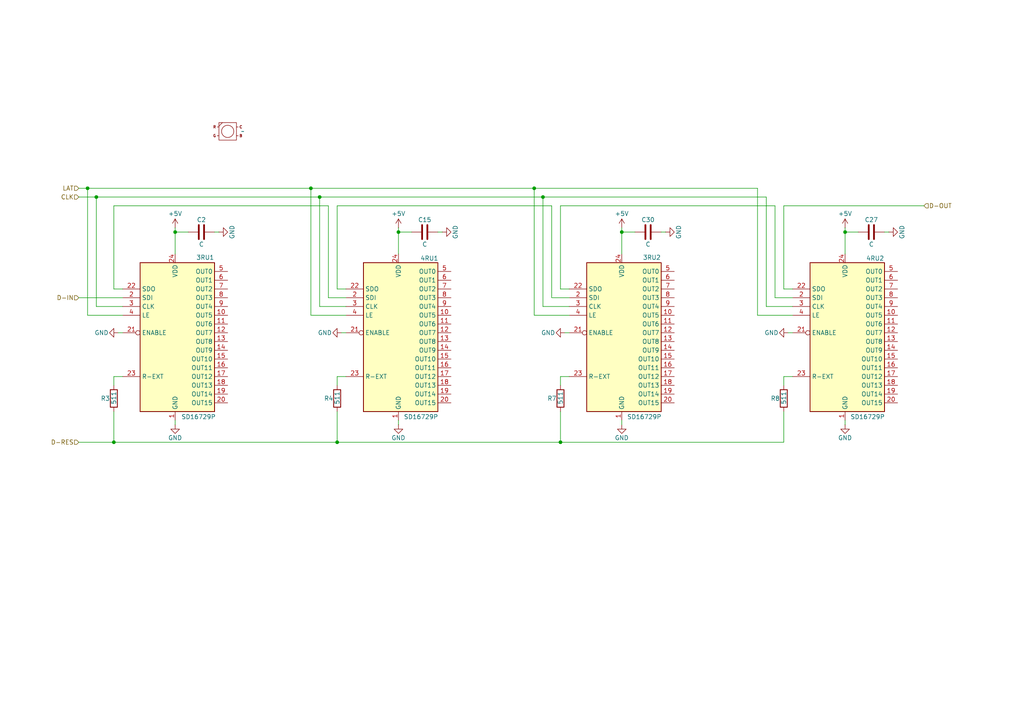
<source format=kicad_sch>
(kicad_sch
	(version 20231120)
	(generator "eeschema")
	(generator_version "8.0")
	(uuid "b27a305c-b3c3-4315-9630-4b96e20f98b6")
	(paper "A4")
	(title_block
		(title "RED COLUMN BUFFERS")
		(date "2025-03-24")
		(rev "2009-06-20")
		(comment 1 "SEETOP-PH12-(1/4)4N.PCB")
	)
	(lib_symbols
		(symbol "Device:C"
			(pin_numbers hide)
			(pin_names
				(offset 0.254)
			)
			(exclude_from_sim no)
			(in_bom yes)
			(on_board yes)
			(property "Reference" "C"
				(at 0.635 2.54 0)
				(effects
					(font
						(size 1.27 1.27)
					)
					(justify left)
				)
			)
			(property "Value" "C"
				(at 0.635 -2.54 0)
				(effects
					(font
						(size 1.27 1.27)
					)
					(justify left)
				)
			)
			(property "Footprint" ""
				(at 0.9652 -3.81 0)
				(effects
					(font
						(size 1.27 1.27)
					)
					(hide yes)
				)
			)
			(property "Datasheet" "~"
				(at 0 0 0)
				(effects
					(font
						(size 1.27 1.27)
					)
					(hide yes)
				)
			)
			(property "Description" "Unpolarized capacitor"
				(at 0 0 0)
				(effects
					(font
						(size 1.27 1.27)
					)
					(hide yes)
				)
			)
			(property "ki_keywords" "cap capacitor"
				(at 0 0 0)
				(effects
					(font
						(size 1.27 1.27)
					)
					(hide yes)
				)
			)
			(property "ki_fp_filters" "C_*"
				(at 0 0 0)
				(effects
					(font
						(size 1.27 1.27)
					)
					(hide yes)
				)
			)
			(symbol "C_0_1"
				(polyline
					(pts
						(xy -2.032 -0.762) (xy 2.032 -0.762)
					)
					(stroke
						(width 0.508)
						(type default)
					)
					(fill
						(type none)
					)
				)
				(polyline
					(pts
						(xy -2.032 0.762) (xy 2.032 0.762)
					)
					(stroke
						(width 0.508)
						(type default)
					)
					(fill
						(type none)
					)
				)
			)
			(symbol "C_1_1"
				(pin passive line
					(at 0 3.81 270)
					(length 2.794)
					(name "~"
						(effects
							(font
								(size 1.27 1.27)
							)
						)
					)
					(number "1"
						(effects
							(font
								(size 1.27 1.27)
							)
						)
					)
				)
				(pin passive line
					(at 0 -3.81 90)
					(length 2.794)
					(name "~"
						(effects
							(font
								(size 1.27 1.27)
							)
						)
					)
					(number "2"
						(effects
							(font
								(size 1.27 1.27)
							)
						)
					)
				)
			)
		)
		(symbol "Device:R"
			(pin_numbers hide)
			(pin_names
				(offset 0)
			)
			(exclude_from_sim no)
			(in_bom yes)
			(on_board yes)
			(property "Reference" "R"
				(at 2.032 0 90)
				(effects
					(font
						(size 1.27 1.27)
					)
				)
			)
			(property "Value" "R"
				(at 0 0 90)
				(effects
					(font
						(size 1.27 1.27)
					)
				)
			)
			(property "Footprint" ""
				(at -1.778 0 90)
				(effects
					(font
						(size 1.27 1.27)
					)
					(hide yes)
				)
			)
			(property "Datasheet" "~"
				(at 0 0 0)
				(effects
					(font
						(size 1.27 1.27)
					)
					(hide yes)
				)
			)
			(property "Description" "Resistor"
				(at 0 0 0)
				(effects
					(font
						(size 1.27 1.27)
					)
					(hide yes)
				)
			)
			(property "ki_keywords" "R res resistor"
				(at 0 0 0)
				(effects
					(font
						(size 1.27 1.27)
					)
					(hide yes)
				)
			)
			(property "ki_fp_filters" "R_*"
				(at 0 0 0)
				(effects
					(font
						(size 1.27 1.27)
					)
					(hide yes)
				)
			)
			(symbol "R_0_1"
				(rectangle
					(start -1.016 -2.54)
					(end 1.016 2.54)
					(stroke
						(width 0.254)
						(type default)
					)
					(fill
						(type none)
					)
				)
			)
			(symbol "R_1_1"
				(pin passive line
					(at 0 3.81 270)
					(length 1.27)
					(name "~"
						(effects
							(font
								(size 1.27 1.27)
							)
						)
					)
					(number "1"
						(effects
							(font
								(size 1.27 1.27)
							)
						)
					)
				)
				(pin passive line
					(at 0 -3.81 90)
					(length 1.27)
					(name "~"
						(effects
							(font
								(size 1.27 1.27)
							)
						)
					)
					(number "2"
						(effects
							(font
								(size 1.27 1.27)
							)
						)
					)
				)
			)
		)
		(symbol "power:+5V"
			(power)
			(pin_numbers hide)
			(pin_names
				(offset 0) hide)
			(exclude_from_sim no)
			(in_bom yes)
			(on_board yes)
			(property "Reference" "#PWR"
				(at 0 -3.81 0)
				(effects
					(font
						(size 1.27 1.27)
					)
					(hide yes)
				)
			)
			(property "Value" "+5V"
				(at 0 3.556 0)
				(effects
					(font
						(size 1.27 1.27)
					)
				)
			)
			(property "Footprint" ""
				(at 0 0 0)
				(effects
					(font
						(size 1.27 1.27)
					)
					(hide yes)
				)
			)
			(property "Datasheet" ""
				(at 0 0 0)
				(effects
					(font
						(size 1.27 1.27)
					)
					(hide yes)
				)
			)
			(property "Description" "Power symbol creates a global label with name \"+5V\""
				(at 0 0 0)
				(effects
					(font
						(size 1.27 1.27)
					)
					(hide yes)
				)
			)
			(property "ki_keywords" "global power"
				(at 0 0 0)
				(effects
					(font
						(size 1.27 1.27)
					)
					(hide yes)
				)
			)
			(symbol "+5V_0_1"
				(polyline
					(pts
						(xy -0.762 1.27) (xy 0 2.54)
					)
					(stroke
						(width 0)
						(type default)
					)
					(fill
						(type none)
					)
				)
				(polyline
					(pts
						(xy 0 0) (xy 0 2.54)
					)
					(stroke
						(width 0)
						(type default)
					)
					(fill
						(type none)
					)
				)
				(polyline
					(pts
						(xy 0 2.54) (xy 0.762 1.27)
					)
					(stroke
						(width 0)
						(type default)
					)
					(fill
						(type none)
					)
				)
			)
			(symbol "+5V_1_1"
				(pin power_in line
					(at 0 0 90)
					(length 0)
					(name "~"
						(effects
							(font
								(size 1.27 1.27)
							)
						)
					)
					(number "1"
						(effects
							(font
								(size 1.27 1.27)
							)
						)
					)
				)
			)
		)
		(symbol "power:GND"
			(power)
			(pin_numbers hide)
			(pin_names
				(offset 0) hide)
			(exclude_from_sim no)
			(in_bom yes)
			(on_board yes)
			(property "Reference" "#PWR"
				(at 0 -6.35 0)
				(effects
					(font
						(size 1.27 1.27)
					)
					(hide yes)
				)
			)
			(property "Value" "GND"
				(at 0 -3.81 0)
				(effects
					(font
						(size 1.27 1.27)
					)
				)
			)
			(property "Footprint" ""
				(at 0 0 0)
				(effects
					(font
						(size 1.27 1.27)
					)
					(hide yes)
				)
			)
			(property "Datasheet" ""
				(at 0 0 0)
				(effects
					(font
						(size 1.27 1.27)
					)
					(hide yes)
				)
			)
			(property "Description" "Power symbol creates a global label with name \"GND\" , ground"
				(at 0 0 0)
				(effects
					(font
						(size 1.27 1.27)
					)
					(hide yes)
				)
			)
			(property "ki_keywords" "global power"
				(at 0 0 0)
				(effects
					(font
						(size 1.27 1.27)
					)
					(hide yes)
				)
			)
			(symbol "GND_0_1"
				(polyline
					(pts
						(xy 0 0) (xy 0 -1.27) (xy 1.27 -1.27) (xy 0 -2.54) (xy -1.27 -1.27) (xy 0 -1.27)
					)
					(stroke
						(width 0)
						(type default)
					)
					(fill
						(type none)
					)
				)
			)
			(symbol "GND_1_1"
				(pin power_in line
					(at 0 0 270)
					(length 0)
					(name "~"
						(effects
							(font
								(size 1.27 1.27)
							)
						)
					)
					(number "1"
						(effects
							(font
								(size 1.27 1.27)
							)
						)
					)
				)
			)
		)
		(symbol "private:SD16729P"
			(exclude_from_sim no)
			(in_bom yes)
			(on_board yes)
			(property "Reference" "U1"
				(at 7.874 21.59 0)
				(effects
					(font
						(size 1.27 1.27)
					)
					(justify left)
				)
			)
			(property "Value" "SD16729P"
				(at 1.778 -24.384 0)
				(effects
					(font
						(size 1.27 1.27)
					)
					(justify left)
				)
			)
			(property "Footprint" "Package_SO:QSOP-24_3.9x8.7mm_P0.635mm"
				(at 0.635 -24.765 0)
				(effects
					(font
						(size 1.27 1.27)
					)
					(justify left)
					(hide yes)
				)
			)
			(property "Datasheet" ""
				(at -10.16 17.78 0)
				(effects
					(font
						(size 1.27 1.27)
					)
					(hide yes)
				)
			)
			(property "Description" "16-channel LED driver with error detection, current gain control and 12/16 bit PWM brightness control, QSOP-24"
				(at -0.254 -3.556 0)
				(effects
					(font
						(size 1.27 1.27)
					)
					(hide yes)
				)
			)
			(property "ki_keywords" "PWM LED driver error detection brightness QSOP-24"
				(at 0 0 0)
				(effects
					(font
						(size 1.27 1.27)
					)
					(hide yes)
				)
			)
			(property "ki_fp_filters" "QSOP*3.9x8.7mm*P0.635mm*"
				(at 0 0 0)
				(effects
					(font
						(size 1.27 1.27)
					)
					(hide yes)
				)
			)
			(symbol "SD16729P_0_1"
				(rectangle
					(start -10.16 20.32)
					(end 11.43 -22.86)
					(stroke
						(width 0.254)
						(type default)
					)
					(fill
						(type background)
					)
				)
			)
			(symbol "SD16729P_1_1"
				(pin power_in line
					(at 0 -25.4 90)
					(length 2.54)
					(name "GND"
						(effects
							(font
								(size 1.27 1.27)
							)
						)
					)
					(number "1"
						(effects
							(font
								(size 1.27 1.27)
							)
						)
					)
				)
				(pin output line
					(at 15.24 5.08 180)
					(length 3.81)
					(name "OUT5"
						(effects
							(font
								(size 1.27 1.27)
							)
						)
					)
					(number "10"
						(effects
							(font
								(size 1.27 1.27)
							)
						)
					)
				)
				(pin output line
					(at 15.24 2.54 180)
					(length 3.81)
					(name "OUT6"
						(effects
							(font
								(size 1.27 1.27)
							)
						)
					)
					(number "11"
						(effects
							(font
								(size 1.27 1.27)
							)
						)
					)
				)
				(pin output line
					(at 15.24 0 180)
					(length 3.81)
					(name "OUT7"
						(effects
							(font
								(size 1.27 1.27)
							)
						)
					)
					(number "12"
						(effects
							(font
								(size 1.27 1.27)
							)
						)
					)
				)
				(pin output line
					(at 15.24 -2.54 180)
					(length 3.81)
					(name "OUT8"
						(effects
							(font
								(size 1.27 1.27)
							)
						)
					)
					(number "13"
						(effects
							(font
								(size 1.27 1.27)
							)
						)
					)
				)
				(pin output line
					(at 15.24 -5.08 180)
					(length 3.81)
					(name "OUT9"
						(effects
							(font
								(size 1.27 1.27)
							)
						)
					)
					(number "14"
						(effects
							(font
								(size 1.27 1.27)
							)
						)
					)
				)
				(pin output line
					(at 15.24 -7.62 180)
					(length 3.81)
					(name "OUT10"
						(effects
							(font
								(size 1.27 1.27)
							)
						)
					)
					(number "15"
						(effects
							(font
								(size 1.27 1.27)
							)
						)
					)
				)
				(pin output line
					(at 15.24 -10.16 180)
					(length 3.81)
					(name "OUT11"
						(effects
							(font
								(size 1.27 1.27)
							)
						)
					)
					(number "16"
						(effects
							(font
								(size 1.27 1.27)
							)
						)
					)
				)
				(pin output line
					(at 15.24 -12.7 180)
					(length 3.81)
					(name "OUT12"
						(effects
							(font
								(size 1.27 1.27)
							)
						)
					)
					(number "17"
						(effects
							(font
								(size 1.27 1.27)
							)
						)
					)
				)
				(pin output line
					(at 15.24 -15.24 180)
					(length 3.81)
					(name "OUT13"
						(effects
							(font
								(size 1.27 1.27)
							)
						)
					)
					(number "18"
						(effects
							(font
								(size 1.27 1.27)
							)
						)
					)
				)
				(pin output line
					(at 15.24 -17.78 180)
					(length 3.81)
					(name "OUT14"
						(effects
							(font
								(size 1.27 1.27)
							)
						)
					)
					(number "19"
						(effects
							(font
								(size 1.27 1.27)
							)
						)
					)
				)
				(pin input line
					(at -15.24 10.16 0)
					(length 5.08)
					(name "SDI"
						(effects
							(font
								(size 1.27 1.27)
							)
						)
					)
					(number "2"
						(effects
							(font
								(size 1.27 1.27)
							)
						)
					)
				)
				(pin output line
					(at 15.24 -20.32 180)
					(length 3.81)
					(name "OUT15"
						(effects
							(font
								(size 1.27 1.27)
							)
						)
					)
					(number "20"
						(effects
							(font
								(size 1.27 1.27)
							)
						)
					)
				)
				(pin input inverted
					(at -15.24 0 0)
					(length 5.08)
					(name "ENABLE"
						(effects
							(font
								(size 1.27 1.27)
							)
						)
					)
					(number "21"
						(effects
							(font
								(size 1.27 1.27)
							)
						)
					)
				)
				(pin output line
					(at -15.24 12.7 0)
					(length 5.08)
					(name "SDO"
						(effects
							(font
								(size 1.27 1.27)
							)
						)
					)
					(number "22"
						(effects
							(font
								(size 1.27 1.27)
							)
						)
					)
				)
				(pin passive line
					(at -15.24 -12.7 0)
					(length 5.08)
					(name "R-EXT"
						(effects
							(font
								(size 1.27 1.27)
							)
						)
					)
					(number "23"
						(effects
							(font
								(size 1.27 1.27)
							)
						)
					)
				)
				(pin power_in line
					(at 0 22.86 270)
					(length 2.54)
					(name "VDD"
						(effects
							(font
								(size 1.27 1.27)
							)
						)
					)
					(number "24"
						(effects
							(font
								(size 1.27 1.27)
							)
						)
					)
				)
				(pin input line
					(at -15.24 7.62 0)
					(length 5.08)
					(name "CLK"
						(effects
							(font
								(size 1.27 1.27)
							)
						)
					)
					(number "3"
						(effects
							(font
								(size 1.27 1.27)
							)
						)
					)
				)
				(pin input line
					(at -15.24 5.08 0)
					(length 5.08)
					(name "LE"
						(effects
							(font
								(size 1.27 1.27)
							)
						)
					)
					(number "4"
						(effects
							(font
								(size 1.27 1.27)
							)
						)
					)
				)
				(pin output line
					(at 15.24 17.78 180)
					(length 3.81)
					(name "OUT0"
						(effects
							(font
								(size 1.27 1.27)
							)
						)
					)
					(number "5"
						(effects
							(font
								(size 1.27 1.27)
							)
						)
					)
				)
				(pin output line
					(at 15.24 15.24 180)
					(length 3.81)
					(name "OUT1"
						(effects
							(font
								(size 1.27 1.27)
							)
						)
					)
					(number "6"
						(effects
							(font
								(size 1.27 1.27)
							)
						)
					)
				)
				(pin output line
					(at 15.24 12.7 180)
					(length 3.81)
					(name "OUT2"
						(effects
							(font
								(size 1.27 1.27)
							)
						)
					)
					(number "7"
						(effects
							(font
								(size 1.27 1.27)
							)
						)
					)
				)
				(pin output line
					(at 15.24 10.16 180)
					(length 3.81)
					(name "OUT3"
						(effects
							(font
								(size 1.27 1.27)
							)
						)
					)
					(number "8"
						(effects
							(font
								(size 1.27 1.27)
							)
						)
					)
				)
				(pin output line
					(at 15.24 7.62 180)
					(length 3.81)
					(name "OUT4"
						(effects
							(font
								(size 1.27 1.27)
							)
						)
					)
					(number "9"
						(effects
							(font
								(size 1.27 1.27)
							)
						)
					)
				)
			)
		)
		(symbol "private:pic-LED-RGB"
			(exclude_from_sim no)
			(in_bom yes)
			(on_board yes)
			(property "Reference" "L"
				(at 1.778 1.778 0)
				(effects
					(font
						(size 0.508 0.508)
					)
					(hide yes)
				)
			)
			(property "Value" ""
				(at -1.27 -1.27 0)
				(effects
					(font
						(size 1.27 1.27)
					)
				)
			)
			(property "Footprint" ""
				(at -1.27 -1.27 0)
				(effects
					(font
						(size 1.27 1.27)
					)
					(hide yes)
				)
			)
			(property "Datasheet" ""
				(at -1.27 -1.27 0)
				(effects
					(font
						(size 1.27 1.27)
					)
					(hide yes)
				)
			)
			(property "Description" ""
				(at -1.27 -1.27 0)
				(effects
					(font
						(size 1.27 1.27)
					)
					(hide yes)
				)
			)
			(symbol "pic-LED-RGB_0_1"
				(rectangle
					(start -2.54 2.54)
					(end 2.54 -2.54)
					(stroke
						(width 0)
						(type default)
					)
					(fill
						(type none)
					)
				)
				(polyline
					(pts
						(xy -2.54 -1.27) (xy -3.048 -1.27)
					)
					(stroke
						(width 0)
						(type default)
					)
					(fill
						(type none)
					)
				)
				(polyline
					(pts
						(xy -2.54 1.27) (xy -3.048 1.27)
					)
					(stroke
						(width 0)
						(type default)
					)
					(fill
						(type none)
					)
				)
				(polyline
					(pts
						(xy -1.524 2.54) (xy -2.54 1.524)
					)
					(stroke
						(width 0)
						(type default)
					)
					(fill
						(type none)
					)
				)
				(polyline
					(pts
						(xy 3.048 -1.27) (xy 2.54 -1.27)
					)
					(stroke
						(width 0)
						(type default)
					)
					(fill
						(type none)
					)
				)
				(polyline
					(pts
						(xy 3.048 1.27) (xy 2.54 1.27)
					)
					(stroke
						(width 0)
						(type default)
					)
					(fill
						(type none)
					)
				)
			)
			(symbol "pic-LED-RGB_1_1"
				(circle
					(center 0 0)
					(radius 1.778)
					(stroke
						(width 0)
						(type default)
					)
					(fill
						(type none)
					)
				)
				(text "B"
					(at 3.81 -1.27 0)
					(effects
						(font
							(size 0.762 0.762)
						)
					)
				)
				(text "C"
					(at 3.81 1.27 0)
					(effects
						(font
							(size 0.762 0.762)
						)
					)
				)
				(text "G"
					(at -3.81 -1.27 0)
					(effects
						(font
							(size 0.762 0.762)
						)
					)
				)
				(text "R"
					(at -3.81 1.27 0)
					(effects
						(font
							(size 0.762 0.762)
						)
					)
				)
			)
		)
	)
	(junction
		(at 90.17 54.61)
		(diameter 0)
		(color 0 0 0 0)
		(uuid "164bef91-d380-44aa-bea3-a026a76a8368")
	)
	(junction
		(at 157.48 57.15)
		(diameter 0)
		(color 0 0 0 0)
		(uuid "1986aee8-39cf-40cb-8462-bfd40066cdbf")
	)
	(junction
		(at 27.94 57.15)
		(diameter 0)
		(color 0 0 0 0)
		(uuid "1ca4c80d-a6cf-4cb5-82dc-e6e7970734e4")
	)
	(junction
		(at 25.4 54.61)
		(diameter 0)
		(color 0 0 0 0)
		(uuid "1ceeac47-7c05-4cb6-af27-8053bc5d4ecc")
	)
	(junction
		(at 115.57 67.31)
		(diameter 0)
		(color 0 0 0 0)
		(uuid "311f2931-ed4c-401a-a7f7-1db6a99c1081")
	)
	(junction
		(at 92.71 57.15)
		(diameter 0)
		(color 0 0 0 0)
		(uuid "77656811-8ed7-40c4-a158-e50242cfede1")
	)
	(junction
		(at 154.94 54.61)
		(diameter 0)
		(color 0 0 0 0)
		(uuid "877158a9-c607-4db9-9eff-395b70f2e8bf")
	)
	(junction
		(at 162.56 128.27)
		(diameter 0)
		(color 0 0 0 0)
		(uuid "b275b81b-e2d4-4e03-969b-88d2635ecd9b")
	)
	(junction
		(at 180.34 67.31)
		(diameter 0)
		(color 0 0 0 0)
		(uuid "c7b8d14f-8e73-4386-978e-2a950fce1761")
	)
	(junction
		(at 33.02 128.27)
		(diameter 0)
		(color 0 0 0 0)
		(uuid "cb6cbd1e-3780-4397-86b6-78039f0ac637")
	)
	(junction
		(at 245.11 67.31)
		(diameter 0)
		(color 0 0 0 0)
		(uuid "f1797c64-a8ea-4340-a5f8-eff6779a3a31")
	)
	(junction
		(at 50.8 67.31)
		(diameter 0)
		(color 0 0 0 0)
		(uuid "f4db3d2c-d6cd-4feb-92f9-d50781b845fb")
	)
	(junction
		(at 97.79 128.27)
		(diameter 0)
		(color 0 0 0 0)
		(uuid "fa553a8a-1313-45fb-8300-b10cd411e5c6")
	)
	(wire
		(pts
			(xy 62.23 67.31) (xy 63.5 67.31)
		)
		(stroke
			(width 0)
			(type default)
		)
		(uuid "00fe040f-9fac-4c70-8941-a3fb22c2cde5")
	)
	(wire
		(pts
			(xy 100.33 91.44) (xy 90.17 91.44)
		)
		(stroke
			(width 0)
			(type default)
		)
		(uuid "04642545-8e63-458d-9d47-75201f8147cc")
	)
	(wire
		(pts
			(xy 162.56 109.22) (xy 162.56 111.76)
		)
		(stroke
			(width 0)
			(type default)
		)
		(uuid "0c2eca46-6ddf-48e0-92e5-8cdb374d387a")
	)
	(wire
		(pts
			(xy 245.11 67.31) (xy 248.92 67.31)
		)
		(stroke
			(width 0)
			(type default)
		)
		(uuid "11fa7e23-d8bc-43a2-87ad-6406f845607f")
	)
	(wire
		(pts
			(xy 92.71 88.9) (xy 100.33 88.9)
		)
		(stroke
			(width 0)
			(type default)
		)
		(uuid "13bddd44-26a1-4851-aaa2-724b9553ffbb")
	)
	(wire
		(pts
			(xy 27.94 57.15) (xy 27.94 88.9)
		)
		(stroke
			(width 0)
			(type default)
		)
		(uuid "1498633e-15e0-4f26-9980-c32f772148cc")
	)
	(wire
		(pts
			(xy 154.94 54.61) (xy 154.94 91.44)
		)
		(stroke
			(width 0)
			(type default)
		)
		(uuid "183b9e42-cc11-47f4-a8af-2a543f1c34a9")
	)
	(wire
		(pts
			(xy 115.57 121.92) (xy 115.57 123.19)
		)
		(stroke
			(width 0)
			(type default)
		)
		(uuid "198c4957-b2e0-4f6a-aa7c-f51829fd23d2")
	)
	(wire
		(pts
			(xy 256.54 67.31) (xy 257.81 67.31)
		)
		(stroke
			(width 0)
			(type default)
		)
		(uuid "1990d6ec-aba3-41a6-b8f3-a1ce504b2e86")
	)
	(wire
		(pts
			(xy 97.79 109.22) (xy 97.79 111.76)
		)
		(stroke
			(width 0)
			(type default)
		)
		(uuid "1a8818f0-6f94-4942-9408-16aabb07f960")
	)
	(wire
		(pts
			(xy 229.87 86.36) (xy 224.79 86.36)
		)
		(stroke
			(width 0)
			(type default)
		)
		(uuid "1b0f049c-8557-4516-8d49-4bc3594b939a")
	)
	(wire
		(pts
			(xy 35.56 88.9) (xy 27.94 88.9)
		)
		(stroke
			(width 0)
			(type default)
		)
		(uuid "232a3a16-bc72-42c8-9bb6-f2aad7e70a09")
	)
	(wire
		(pts
			(xy 157.48 57.15) (xy 222.25 57.15)
		)
		(stroke
			(width 0)
			(type default)
		)
		(uuid "26e33179-9a1b-4ad4-90f8-eebd53278cd9")
	)
	(wire
		(pts
			(xy 222.25 88.9) (xy 229.87 88.9)
		)
		(stroke
			(width 0)
			(type default)
		)
		(uuid "29137890-35fc-4a6d-bcc9-5f79dd663dd9")
	)
	(wire
		(pts
			(xy 22.86 57.15) (xy 27.94 57.15)
		)
		(stroke
			(width 0)
			(type default)
		)
		(uuid "291d90d6-11e6-44d4-a33b-d88ba1ace5f3")
	)
	(wire
		(pts
			(xy 22.86 128.27) (xy 33.02 128.27)
		)
		(stroke
			(width 0)
			(type default)
		)
		(uuid "2d96f472-96e4-4b53-96d0-55e77acf7c85")
	)
	(wire
		(pts
			(xy 50.8 67.31) (xy 50.8 73.66)
		)
		(stroke
			(width 0)
			(type default)
		)
		(uuid "315400e8-9073-4697-a871-e542a5918102")
	)
	(wire
		(pts
			(xy 50.8 121.92) (xy 50.8 123.19)
		)
		(stroke
			(width 0)
			(type default)
		)
		(uuid "379e9b54-53da-4193-813a-3059ee86e375")
	)
	(wire
		(pts
			(xy 95.25 86.36) (xy 95.25 59.69)
		)
		(stroke
			(width 0)
			(type default)
		)
		(uuid "386077b6-375f-4927-82ac-19b2a80b5192")
	)
	(wire
		(pts
			(xy 162.56 83.82) (xy 165.1 83.82)
		)
		(stroke
			(width 0)
			(type default)
		)
		(uuid "3abdfe89-15ba-40f5-9bd7-4e30c3aa266d")
	)
	(wire
		(pts
			(xy 100.33 86.36) (xy 95.25 86.36)
		)
		(stroke
			(width 0)
			(type default)
		)
		(uuid "3bd88fba-5836-4e5c-8104-bc9586af5bbe")
	)
	(wire
		(pts
			(xy 165.1 109.22) (xy 162.56 109.22)
		)
		(stroke
			(width 0)
			(type default)
		)
		(uuid "51199604-46b2-41a3-bff7-42aa28e44d0a")
	)
	(wire
		(pts
			(xy 115.57 67.31) (xy 115.57 73.66)
		)
		(stroke
			(width 0)
			(type default)
		)
		(uuid "51c01081-6671-421e-93c1-ba9ab7d8a70e")
	)
	(wire
		(pts
			(xy 180.34 67.31) (xy 184.15 67.31)
		)
		(stroke
			(width 0)
			(type default)
		)
		(uuid "53297943-d592-45cb-960c-533062d86d37")
	)
	(wire
		(pts
			(xy 163.83 96.52) (xy 165.1 96.52)
		)
		(stroke
			(width 0)
			(type default)
		)
		(uuid "5b29c8d2-a594-4b28-bf8a-9946774f7a79")
	)
	(wire
		(pts
			(xy 157.48 57.15) (xy 157.48 88.9)
		)
		(stroke
			(width 0)
			(type default)
		)
		(uuid "5e4c5179-8f6a-403a-8319-8fcd7b807c3f")
	)
	(wire
		(pts
			(xy 127 67.31) (xy 128.27 67.31)
		)
		(stroke
			(width 0)
			(type default)
		)
		(uuid "64a7d779-b753-498e-932a-4bdfea12e93c")
	)
	(wire
		(pts
			(xy 160.02 59.69) (xy 97.79 59.69)
		)
		(stroke
			(width 0)
			(type default)
		)
		(uuid "64c6c4a9-d434-424c-9127-b2d29bd19689")
	)
	(wire
		(pts
			(xy 165.1 86.36) (xy 160.02 86.36)
		)
		(stroke
			(width 0)
			(type default)
		)
		(uuid "65addcd9-b374-4699-a190-7de5f9913a72")
	)
	(wire
		(pts
			(xy 34.29 96.52) (xy 35.56 96.52)
		)
		(stroke
			(width 0)
			(type default)
		)
		(uuid "65f5276b-d81c-41e7-aca7-417684e5a0d5")
	)
	(wire
		(pts
			(xy 92.71 57.15) (xy 157.48 57.15)
		)
		(stroke
			(width 0)
			(type default)
		)
		(uuid "6abd24ed-7b03-4ca7-be51-00ea9ef28c06")
	)
	(wire
		(pts
			(xy 35.56 109.22) (xy 33.02 109.22)
		)
		(stroke
			(width 0)
			(type default)
		)
		(uuid "70e3cb77-1957-4517-a141-7c20f04103c1")
	)
	(wire
		(pts
			(xy 97.79 128.27) (xy 162.56 128.27)
		)
		(stroke
			(width 0)
			(type default)
		)
		(uuid "73dad8c2-4b06-48d8-9b16-17dfbcf99919")
	)
	(wire
		(pts
			(xy 50.8 66.04) (xy 50.8 67.31)
		)
		(stroke
			(width 0)
			(type default)
		)
		(uuid "73dd5bbb-ab55-411f-ae55-6d5619b4bec8")
	)
	(wire
		(pts
			(xy 25.4 54.61) (xy 90.17 54.61)
		)
		(stroke
			(width 0)
			(type default)
		)
		(uuid "74768263-8e51-49b4-a2cc-a6b3a87f9a44")
	)
	(wire
		(pts
			(xy 97.79 83.82) (xy 100.33 83.82)
		)
		(stroke
			(width 0)
			(type default)
		)
		(uuid "758eb62e-3b84-4e25-b3a5-b3e2edb39f9e")
	)
	(wire
		(pts
			(xy 33.02 119.38) (xy 33.02 128.27)
		)
		(stroke
			(width 0)
			(type default)
		)
		(uuid "76e30706-a188-4a82-97c1-ee7beee0da4b")
	)
	(wire
		(pts
			(xy 95.25 59.69) (xy 33.02 59.69)
		)
		(stroke
			(width 0)
			(type default)
		)
		(uuid "79d081e0-4349-4b0e-b7e7-b3031c522b43")
	)
	(wire
		(pts
			(xy 154.94 54.61) (xy 219.71 54.61)
		)
		(stroke
			(width 0)
			(type default)
		)
		(uuid "7ad16f55-ae99-48ea-a607-583bd22b538f")
	)
	(wire
		(pts
			(xy 224.79 86.36) (xy 224.79 59.69)
		)
		(stroke
			(width 0)
			(type default)
		)
		(uuid "7b06f465-596d-46b5-a7fc-0110c66e81fb")
	)
	(wire
		(pts
			(xy 245.11 121.92) (xy 245.11 123.19)
		)
		(stroke
			(width 0)
			(type default)
		)
		(uuid "7b204b0e-4e7a-42b7-abf3-791668edc59d")
	)
	(wire
		(pts
			(xy 191.77 67.31) (xy 193.04 67.31)
		)
		(stroke
			(width 0)
			(type default)
		)
		(uuid "7e1efd4f-dc60-46d0-958e-f035e035a0d7")
	)
	(wire
		(pts
			(xy 90.17 54.61) (xy 154.94 54.61)
		)
		(stroke
			(width 0)
			(type default)
		)
		(uuid "849d7665-0297-48c2-9d6a-d77db635b919")
	)
	(wire
		(pts
			(xy 245.11 67.31) (xy 245.11 73.66)
		)
		(stroke
			(width 0)
			(type default)
		)
		(uuid "8c5a7fd3-daf6-427f-a9a9-30905b2bf0a6")
	)
	(wire
		(pts
			(xy 227.33 119.38) (xy 227.33 128.27)
		)
		(stroke
			(width 0)
			(type default)
		)
		(uuid "8eaedd32-190e-4138-bf85-b0983b31f1e5")
	)
	(wire
		(pts
			(xy 162.56 128.27) (xy 227.33 128.27)
		)
		(stroke
			(width 0)
			(type default)
		)
		(uuid "8fc63cd4-e47d-4eb4-81a5-c7ed7f7cebeb")
	)
	(wire
		(pts
			(xy 222.25 57.15) (xy 222.25 88.9)
		)
		(stroke
			(width 0)
			(type default)
		)
		(uuid "95e8b9dd-c907-424b-aeea-e27abfc6b695")
	)
	(wire
		(pts
			(xy 180.34 66.04) (xy 180.34 67.31)
		)
		(stroke
			(width 0)
			(type default)
		)
		(uuid "965a55b2-e644-42ac-b68c-dd1a02aa1b20")
	)
	(wire
		(pts
			(xy 224.79 59.69) (xy 162.56 59.69)
		)
		(stroke
			(width 0)
			(type default)
		)
		(uuid "9e5756be-9c8d-4d21-9ac9-f4fa95a9e3d0")
	)
	(wire
		(pts
			(xy 162.56 59.69) (xy 162.56 83.82)
		)
		(stroke
			(width 0)
			(type default)
		)
		(uuid "9f2d52e8-c212-4261-b8b4-a7e1a83fcf6b")
	)
	(wire
		(pts
			(xy 35.56 91.44) (xy 25.4 91.44)
		)
		(stroke
			(width 0)
			(type default)
		)
		(uuid "9f868f9e-e42e-4eb6-add4-2ac325e73405")
	)
	(wire
		(pts
			(xy 219.71 54.61) (xy 219.71 91.44)
		)
		(stroke
			(width 0)
			(type default)
		)
		(uuid "a2474560-5068-4446-a705-dbd01ba971fd")
	)
	(wire
		(pts
			(xy 229.87 83.82) (xy 227.33 83.82)
		)
		(stroke
			(width 0)
			(type default)
		)
		(uuid "a862abf6-d911-4180-92f4-a9653c1f064e")
	)
	(wire
		(pts
			(xy 180.34 67.31) (xy 180.34 73.66)
		)
		(stroke
			(width 0)
			(type default)
		)
		(uuid "ab228005-592a-4dad-81b4-30e208052ee9")
	)
	(wire
		(pts
			(xy 228.6 96.52) (xy 229.87 96.52)
		)
		(stroke
			(width 0)
			(type default)
		)
		(uuid "b53812f3-b083-4f2a-be30-4defd5343fef")
	)
	(wire
		(pts
			(xy 27.94 57.15) (xy 92.71 57.15)
		)
		(stroke
			(width 0)
			(type default)
		)
		(uuid "b9a63f4f-b0a8-4264-91c9-82cb1d410dc9")
	)
	(wire
		(pts
			(xy 165.1 91.44) (xy 154.94 91.44)
		)
		(stroke
			(width 0)
			(type default)
		)
		(uuid "ba448358-b839-4472-b3fd-4b059ce17cca")
	)
	(wire
		(pts
			(xy 245.11 66.04) (xy 245.11 67.31)
		)
		(stroke
			(width 0)
			(type default)
		)
		(uuid "c1b4810b-43a7-4f68-af26-12845795be00")
	)
	(wire
		(pts
			(xy 162.56 119.38) (xy 162.56 128.27)
		)
		(stroke
			(width 0)
			(type default)
		)
		(uuid "c56c77c0-4a97-4199-9d51-727a6711fce7")
	)
	(wire
		(pts
			(xy 160.02 86.36) (xy 160.02 59.69)
		)
		(stroke
			(width 0)
			(type default)
		)
		(uuid "c5ddd3d3-ddd2-4222-914c-5efb97956c55")
	)
	(wire
		(pts
			(xy 97.79 119.38) (xy 97.79 128.27)
		)
		(stroke
			(width 0)
			(type default)
		)
		(uuid "c76f716b-ac0a-40a5-a2db-165ca9d2de36")
	)
	(wire
		(pts
			(xy 50.8 67.31) (xy 54.61 67.31)
		)
		(stroke
			(width 0)
			(type default)
		)
		(uuid "c934583b-d5a7-4b21-bbec-34b9fd643e1a")
	)
	(wire
		(pts
			(xy 219.71 91.44) (xy 229.87 91.44)
		)
		(stroke
			(width 0)
			(type default)
		)
		(uuid "c93fa36d-72b0-479d-a79b-e59be94c25dd")
	)
	(wire
		(pts
			(xy 115.57 67.31) (xy 119.38 67.31)
		)
		(stroke
			(width 0)
			(type default)
		)
		(uuid "c95f9983-403b-4494-8e68-8f3f44b37941")
	)
	(wire
		(pts
			(xy 227.33 59.69) (xy 267.97 59.69)
		)
		(stroke
			(width 0)
			(type default)
		)
		(uuid "c989e91f-3c97-40ab-a773-0f87149d0b61")
	)
	(wire
		(pts
			(xy 33.02 128.27) (xy 97.79 128.27)
		)
		(stroke
			(width 0)
			(type default)
		)
		(uuid "ca061efb-180b-47ef-b063-1884d7d4547f")
	)
	(wire
		(pts
			(xy 99.06 96.52) (xy 100.33 96.52)
		)
		(stroke
			(width 0)
			(type default)
		)
		(uuid "ccb5df55-ba37-4e56-9d06-8d82d766786a")
	)
	(wire
		(pts
			(xy 180.34 121.92) (xy 180.34 123.19)
		)
		(stroke
			(width 0)
			(type default)
		)
		(uuid "d4035f1b-e504-4ef7-b7ad-de0c8a7311ad")
	)
	(wire
		(pts
			(xy 97.79 59.69) (xy 97.79 83.82)
		)
		(stroke
			(width 0)
			(type default)
		)
		(uuid "d711a1b9-b679-48a0-a2f2-ebecbc39e69e")
	)
	(wire
		(pts
			(xy 100.33 109.22) (xy 97.79 109.22)
		)
		(stroke
			(width 0)
			(type default)
		)
		(uuid "d866255b-233c-4fc8-97f8-b5fcfc4e111a")
	)
	(wire
		(pts
			(xy 33.02 109.22) (xy 33.02 111.76)
		)
		(stroke
			(width 0)
			(type default)
		)
		(uuid "dee5e379-2897-44f3-a443-4120e3d5119a")
	)
	(wire
		(pts
			(xy 227.33 83.82) (xy 227.33 59.69)
		)
		(stroke
			(width 0)
			(type default)
		)
		(uuid "e4f2d8db-339c-49fc-b6be-f30fb6b6e4d2")
	)
	(wire
		(pts
			(xy 227.33 109.22) (xy 227.33 111.76)
		)
		(stroke
			(width 0)
			(type default)
		)
		(uuid "ea0da20f-e3ac-4d57-b161-b485508d8d77")
	)
	(wire
		(pts
			(xy 22.86 54.61) (xy 25.4 54.61)
		)
		(stroke
			(width 0)
			(type default)
		)
		(uuid "ecc7fde6-be35-45a8-8908-37982f76b6e7")
	)
	(wire
		(pts
			(xy 33.02 83.82) (xy 35.56 83.82)
		)
		(stroke
			(width 0)
			(type default)
		)
		(uuid "ee4a0bc6-98e1-48f8-be2d-8ea83b0f4449")
	)
	(wire
		(pts
			(xy 22.86 86.36) (xy 35.56 86.36)
		)
		(stroke
			(width 0)
			(type default)
		)
		(uuid "f1e4541d-3d54-4529-bba2-2ca7cdc9ce36")
	)
	(wire
		(pts
			(xy 25.4 54.61) (xy 25.4 91.44)
		)
		(stroke
			(width 0)
			(type default)
		)
		(uuid "f3800f88-a25c-4014-94dc-533a369e1d49")
	)
	(wire
		(pts
			(xy 90.17 54.61) (xy 90.17 91.44)
		)
		(stroke
			(width 0)
			(type default)
		)
		(uuid "f3aa84a2-a22e-4025-870a-72639fd07606")
	)
	(wire
		(pts
			(xy 157.48 88.9) (xy 165.1 88.9)
		)
		(stroke
			(width 0)
			(type default)
		)
		(uuid "f3f41119-405e-47e6-a164-a485b5d46db9")
	)
	(wire
		(pts
			(xy 92.71 57.15) (xy 92.71 88.9)
		)
		(stroke
			(width 0)
			(type default)
		)
		(uuid "f4f95911-5400-4139-8dcd-0255dc641463")
	)
	(wire
		(pts
			(xy 229.87 109.22) (xy 227.33 109.22)
		)
		(stroke
			(width 0)
			(type default)
		)
		(uuid "f842b768-f682-4b05-957c-c4c4479aad19")
	)
	(wire
		(pts
			(xy 115.57 66.04) (xy 115.57 67.31)
		)
		(stroke
			(width 0)
			(type default)
		)
		(uuid "fa531081-38b5-430c-b832-1a8c6d49ca0e")
	)
	(wire
		(pts
			(xy 33.02 59.69) (xy 33.02 83.82)
		)
		(stroke
			(width 0)
			(type default)
		)
		(uuid "ff05cc6c-81ae-4005-b188-76062671e30a")
	)
	(hierarchical_label "D-RES"
		(shape input)
		(at 22.86 128.27 180)
		(effects
			(font
				(size 1.27 1.27)
			)
			(justify right)
		)
		(uuid "13d965b7-f05c-418f-b491-dc9276ffc461")
	)
	(hierarchical_label "LAT"
		(shape input)
		(at 22.86 54.61 180)
		(effects
			(font
				(size 1.27 1.27)
			)
			(justify right)
		)
		(uuid "2ac876fb-f8c0-4ff9-8634-24eee5904082")
	)
	(hierarchical_label "CLK"
		(shape input)
		(at 22.86 57.15 180)
		(effects
			(font
				(size 1.27 1.27)
			)
			(justify right)
		)
		(uuid "6feacd4e-69cd-4d58-81ac-37d43a9ec5f4")
	)
	(hierarchical_label "D-OUT"
		(shape input)
		(at 267.97 59.69 0)
		(effects
			(font
				(size 1.27 1.27)
			)
			(justify left)
		)
		(uuid "c7aa67e7-3e2e-44e9-b17e-722def5cd318")
	)
	(hierarchical_label "D-IN"
		(shape input)
		(at 22.86 86.36 180)
		(effects
			(font
				(size 1.27 1.27)
			)
			(justify right)
		)
		(uuid "e757bbb0-2bf6-47ba-b2c3-7534ed9e931a")
	)
	(symbol
		(lib_id "Device:R")
		(at 162.56 115.57 0)
		(unit 1)
		(exclude_from_sim no)
		(in_bom yes)
		(on_board yes)
		(dnp no)
		(uuid "03d6f3c3-3cfa-4cdc-a162-bd79929609cd")
		(property "Reference" "R7"
			(at 158.75 115.57 0)
			(effects
				(font
					(size 1.27 1.27)
				)
				(justify left)
			)
		)
		(property "Value" "511"
			(at 162.56 117.348 90)
			(effects
				(font
					(size 1.27 1.27)
				)
				(justify left)
			)
		)
		(property "Footprint" ""
			(at 160.782 115.57 90)
			(effects
				(font
					(size 1.27 1.27)
				)
				(hide yes)
			)
		)
		(property "Datasheet" "~"
			(at 162.56 115.57 0)
			(effects
				(font
					(size 1.27 1.27)
				)
				(hide yes)
			)
		)
		(property "Description" "Resistor"
			(at 162.56 115.57 0)
			(effects
				(font
					(size 1.27 1.27)
				)
				(hide yes)
			)
		)
		(pin "1"
			(uuid "79211056-d72a-4e14-8b7f-e462d6bad9c9")
		)
		(pin "2"
			(uuid "5a571c2b-90ec-480b-9b32-7904f63c20a6")
		)
		(instances
			(project "SEETOP-PH12"
				(path "/68a8ae38-7cbe-4908-bee0-004819ef8599/8c103b01-5a8d-4ab0-b451-eb1349f5cb3d"
					(reference "R7")
					(unit 1)
				)
			)
		)
	)
	(symbol
		(lib_id "power:GND")
		(at 63.5 67.31 90)
		(unit 1)
		(exclude_from_sim no)
		(in_bom yes)
		(on_board yes)
		(dnp no)
		(uuid "096cac16-f728-4ad5-8d32-64f095aada3a")
		(property "Reference" "#PWR038"
			(at 69.85 67.31 0)
			(effects
				(font
					(size 1.27 1.27)
				)
				(hide yes)
			)
		)
		(property "Value" "GND"
			(at 67.31 65.278 0)
			(effects
				(font
					(size 1.27 1.27)
				)
				(justify right)
			)
		)
		(property "Footprint" ""
			(at 63.5 67.31 0)
			(effects
				(font
					(size 1.27 1.27)
				)
				(hide yes)
			)
		)
		(property "Datasheet" ""
			(at 63.5 67.31 0)
			(effects
				(font
					(size 1.27 1.27)
				)
				(hide yes)
			)
		)
		(property "Description" "Power symbol creates a global label with name \"GND\" , ground"
			(at 63.5 67.31 0)
			(effects
				(font
					(size 1.27 1.27)
				)
				(hide yes)
			)
		)
		(pin "1"
			(uuid "39db67f8-20c0-482c-8aff-3120a2669ed3")
		)
		(instances
			(project "SEETOP-PH12"
				(path "/68a8ae38-7cbe-4908-bee0-004819ef8599/8c103b01-5a8d-4ab0-b451-eb1349f5cb3d"
					(reference "#PWR038")
					(unit 1)
				)
			)
		)
	)
	(symbol
		(lib_id "Device:C")
		(at 58.42 67.31 90)
		(unit 1)
		(exclude_from_sim no)
		(in_bom yes)
		(on_board yes)
		(dnp no)
		(uuid "0fcc6162-aa6b-45a1-8e53-b54016de5dd5")
		(property "Reference" "C2"
			(at 58.42 63.754 90)
			(effects
				(font
					(size 1.27 1.27)
				)
			)
		)
		(property "Value" "C"
			(at 58.42 70.866 90)
			(effects
				(font
					(size 1.27 1.27)
				)
			)
		)
		(property "Footprint" ""
			(at 62.23 66.3448 0)
			(effects
				(font
					(size 1.27 1.27)
				)
				(hide yes)
			)
		)
		(property "Datasheet" "~"
			(at 58.42 67.31 0)
			(effects
				(font
					(size 1.27 1.27)
				)
				(hide yes)
			)
		)
		(property "Description" "Unpolarized capacitor"
			(at 58.42 67.31 0)
			(effects
				(font
					(size 1.27 1.27)
				)
				(hide yes)
			)
		)
		(pin "1"
			(uuid "c7c96f5b-aab0-4bb8-bd4f-1915a68d622f")
		)
		(pin "2"
			(uuid "5e89b2ad-bb5f-4d0f-9d4a-0bee06c37e5a")
		)
		(instances
			(project ""
				(path "/68a8ae38-7cbe-4908-bee0-004819ef8599/8c103b01-5a8d-4ab0-b451-eb1349f5cb3d"
					(reference "C2")
					(unit 1)
				)
			)
		)
	)
	(symbol
		(lib_id "power:GND")
		(at 128.27 67.31 90)
		(unit 1)
		(exclude_from_sim no)
		(in_bom yes)
		(on_board yes)
		(dnp no)
		(uuid "1625b3ae-ba83-4fb6-9b9b-8aa97df400a1")
		(property "Reference" "#PWR040"
			(at 134.62 67.31 0)
			(effects
				(font
					(size 1.27 1.27)
				)
				(hide yes)
			)
		)
		(property "Value" "GND"
			(at 132.08 65.278 0)
			(effects
				(font
					(size 1.27 1.27)
				)
				(justify right)
			)
		)
		(property "Footprint" ""
			(at 128.27 67.31 0)
			(effects
				(font
					(size 1.27 1.27)
				)
				(hide yes)
			)
		)
		(property "Datasheet" ""
			(at 128.27 67.31 0)
			(effects
				(font
					(size 1.27 1.27)
				)
				(hide yes)
			)
		)
		(property "Description" "Power symbol creates a global label with name \"GND\" , ground"
			(at 128.27 67.31 0)
			(effects
				(font
					(size 1.27 1.27)
				)
				(hide yes)
			)
		)
		(pin "1"
			(uuid "7487ec30-185c-4125-a7f0-8f852ce6b3b7")
		)
		(instances
			(project "SEETOP-PH12"
				(path "/68a8ae38-7cbe-4908-bee0-004819ef8599/8c103b01-5a8d-4ab0-b451-eb1349f5cb3d"
					(reference "#PWR040")
					(unit 1)
				)
			)
		)
	)
	(symbol
		(lib_id "private:SD16729P")
		(at 180.34 96.52 0)
		(unit 1)
		(exclude_from_sim no)
		(in_bom yes)
		(on_board yes)
		(dnp no)
		(uuid "1792c3b7-5080-4ac6-b4c9-8668d4a6ea84")
		(property "Reference" "3RU2"
			(at 186.436 74.676 0)
			(effects
				(font
					(size 1.27 1.27)
				)
				(justify left)
			)
		)
		(property "Value" "SD16729P"
			(at 181.864 120.904 0)
			(effects
				(font
					(size 1.27 1.27)
				)
				(justify left)
			)
		)
		(property "Footprint" "Package_SO:QSOP-24_3.9x8.7mm_P0.635mm"
			(at 180.975 121.285 0)
			(effects
				(font
					(size 1.27 1.27)
				)
				(justify left)
				(hide yes)
			)
		)
		(property "Datasheet" ""
			(at 170.18 78.74 0)
			(effects
				(font
					(size 1.27 1.27)
				)
				(hide yes)
			)
		)
		(property "Description" "16-channel LED driver with error detection, current gain control and 12/16 bit PWM brightness control, QSOP-24"
			(at 180.086 100.076 0)
			(effects
				(font
					(size 1.27 1.27)
				)
				(hide yes)
			)
		)
		(pin "18"
			(uuid "9891681c-b6f0-4f34-813c-c70d4a4b2f7b")
		)
		(pin "4"
			(uuid "0e614830-00c3-466a-9aa0-44c0b8801a96")
		)
		(pin "11"
			(uuid "99cee002-d6c1-4e88-838b-91968017837b")
		)
		(pin "22"
			(uuid "a44bfc0c-aa46-4715-9fbe-9374650582f7")
		)
		(pin "13"
			(uuid "2cef3c8b-85a4-4a2e-a5b7-d4740a505149")
		)
		(pin "17"
			(uuid "14bf6e8b-3365-4475-90a9-e36a4b97cfbf")
		)
		(pin "16"
			(uuid "1dfd05fe-4c90-48dc-a4e5-c34c10f74081")
		)
		(pin "19"
			(uuid "6b4f7c4a-9ba7-4e16-9cc5-e5f447a77842")
		)
		(pin "21"
			(uuid "8ad4e40b-7885-4039-80ab-5f2caeed4637")
		)
		(pin "6"
			(uuid "bdb4b60a-a3ec-4ed0-ac1c-4b1000ea3dac")
		)
		(pin "14"
			(uuid "e8e888e9-c0d7-435b-ba3c-de0e6535aa2c")
		)
		(pin "7"
			(uuid "17012483-ffd3-46e8-a538-28e9e5b8fabe")
		)
		(pin "9"
			(uuid "cd2dc0dc-3fea-4bdb-9c37-45160d3f9f46")
		)
		(pin "24"
			(uuid "264a1e05-cc12-463d-9097-f7a8670dca8b")
		)
		(pin "8"
			(uuid "031fcacb-8e12-4488-b276-5a1e82dc0906")
		)
		(pin "15"
			(uuid "36f4a2e1-3f2f-4d92-8692-655f0c7349cf")
		)
		(pin "23"
			(uuid "d0a4239e-82b8-4479-9cf2-c4e84743abfb")
		)
		(pin "1"
			(uuid "1da106cf-4343-40b7-8ff2-a9b15513b1a8")
		)
		(pin "2"
			(uuid "1ff8d2be-0c40-4ee0-83fc-c76cd53538c7")
		)
		(pin "12"
			(uuid "98d411ff-6934-4052-9ca2-ef628f9b4689")
		)
		(pin "10"
			(uuid "af0b822f-053b-4eae-b373-b1b896df2fe8")
		)
		(pin "20"
			(uuid "9a2671a8-c4ad-4825-8325-2e7b80cbf955")
		)
		(pin "3"
			(uuid "6a3f464a-e969-42b7-84b4-765d568b8318")
		)
		(pin "5"
			(uuid "bc17e5a8-bd9f-4b42-bd94-0c1430b51408")
		)
		(instances
			(project "SEETOP-PH12"
				(path "/68a8ae38-7cbe-4908-bee0-004819ef8599/8c103b01-5a8d-4ab0-b451-eb1349f5cb3d"
					(reference "3RU2")
					(unit 1)
				)
			)
		)
	)
	(symbol
		(lib_id "Device:C")
		(at 252.73 67.31 90)
		(unit 1)
		(exclude_from_sim no)
		(in_bom yes)
		(on_board yes)
		(dnp no)
		(uuid "1ac2d8a5-8494-47e6-b0b0-0820426258c8")
		(property "Reference" "C27"
			(at 252.73 63.754 90)
			(effects
				(font
					(size 1.27 1.27)
				)
			)
		)
		(property "Value" "C"
			(at 252.73 70.866 90)
			(effects
				(font
					(size 1.27 1.27)
				)
			)
		)
		(property "Footprint" ""
			(at 256.54 66.3448 0)
			(effects
				(font
					(size 1.27 1.27)
				)
				(hide yes)
			)
		)
		(property "Datasheet" "~"
			(at 252.73 67.31 0)
			(effects
				(font
					(size 1.27 1.27)
				)
				(hide yes)
			)
		)
		(property "Description" "Unpolarized capacitor"
			(at 252.73 67.31 0)
			(effects
				(font
					(size 1.27 1.27)
				)
				(hide yes)
			)
		)
		(pin "1"
			(uuid "4c289b04-780d-42a7-b549-61e0b8000718")
		)
		(pin "2"
			(uuid "ea36351c-c118-4699-9053-373397ac6444")
		)
		(instances
			(project "SEETOP-PH12"
				(path "/68a8ae38-7cbe-4908-bee0-004819ef8599/8c103b01-5a8d-4ab0-b451-eb1349f5cb3d"
					(reference "C27")
					(unit 1)
				)
			)
		)
	)
	(symbol
		(lib_id "power:+5V")
		(at 180.34 66.04 0)
		(unit 1)
		(exclude_from_sim no)
		(in_bom yes)
		(on_board yes)
		(dnp no)
		(uuid "28fb207b-3cf5-46c7-b21d-7f626d643db0")
		(property "Reference" "#PWR041"
			(at 180.34 69.85 0)
			(effects
				(font
					(size 1.27 1.27)
				)
				(hide yes)
			)
		)
		(property "Value" "+5V"
			(at 180.34 61.976 0)
			(effects
				(font
					(size 1.27 1.27)
				)
			)
		)
		(property "Footprint" ""
			(at 180.34 66.04 0)
			(effects
				(font
					(size 1.27 1.27)
				)
				(hide yes)
			)
		)
		(property "Datasheet" ""
			(at 180.34 66.04 0)
			(effects
				(font
					(size 1.27 1.27)
				)
				(hide yes)
			)
		)
		(property "Description" "Power symbol creates a global label with name \"+5V\""
			(at 180.34 66.04 0)
			(effects
				(font
					(size 1.27 1.27)
				)
				(hide yes)
			)
		)
		(pin "1"
			(uuid "70322b47-87e0-42b0-ae9d-285710c149c0")
		)
		(instances
			(project "SEETOP-PH12"
				(path "/68a8ae38-7cbe-4908-bee0-004819ef8599/8c103b01-5a8d-4ab0-b451-eb1349f5cb3d"
					(reference "#PWR041")
					(unit 1)
				)
			)
		)
	)
	(symbol
		(lib_id "private:SD16729P")
		(at 115.57 96.52 0)
		(unit 1)
		(exclude_from_sim no)
		(in_bom yes)
		(on_board yes)
		(dnp no)
		(uuid "30ee7706-1d11-48bd-b796-cdeb84599c36")
		(property "Reference" "4RU1"
			(at 121.92 74.93 0)
			(effects
				(font
					(size 1.27 1.27)
				)
				(justify left)
			)
		)
		(property "Value" "SD16729P"
			(at 117.094 120.904 0)
			(effects
				(font
					(size 1.27 1.27)
				)
				(justify left)
			)
		)
		(property "Footprint" "Package_SO:QSOP-24_3.9x8.7mm_P0.635mm"
			(at 116.205 121.285 0)
			(effects
				(font
					(size 1.27 1.27)
				)
				(justify left)
				(hide yes)
			)
		)
		(property "Datasheet" ""
			(at 105.41 78.74 0)
			(effects
				(font
					(size 1.27 1.27)
				)
				(hide yes)
			)
		)
		(property "Description" "16-channel LED driver with error detection, current gain control and 12/16 bit PWM brightness control, QSOP-24"
			(at 115.316 100.076 0)
			(effects
				(font
					(size 1.27 1.27)
				)
				(hide yes)
			)
		)
		(pin "18"
			(uuid "08d46891-5cb3-4e26-8ebc-0fd2ed629437")
		)
		(pin "4"
			(uuid "d4a492bc-d2da-4daa-9d38-3caf9cf16d5d")
		)
		(pin "11"
			(uuid "4729c054-e777-45d8-bb5d-61e888af80d5")
		)
		(pin "22"
			(uuid "1254059d-a219-4019-a9ed-d8b60b17548e")
		)
		(pin "13"
			(uuid "86970430-aabd-47b3-806b-e2d935ef6815")
		)
		(pin "17"
			(uuid "a3ae989f-b236-4bbb-872b-b721db7640ad")
		)
		(pin "16"
			(uuid "abdc9fc5-1fb0-4aa8-b6f9-5ef6fade9b38")
		)
		(pin "19"
			(uuid "c7bb054d-f900-48db-8925-8012b879dc01")
		)
		(pin "21"
			(uuid "3e07fecc-d836-435a-8670-fa22ebc61b49")
		)
		(pin "6"
			(uuid "5c0c0ad4-3d54-47e1-b64e-cf5e19afd57f")
		)
		(pin "14"
			(uuid "28b4e6a8-472b-4449-a2bd-3c3a27346057")
		)
		(pin "7"
			(uuid "b6d27629-803a-4fd0-8947-034c2e1088ec")
		)
		(pin "9"
			(uuid "a25558c5-ffa3-45ef-8897-95405b0484b8")
		)
		(pin "24"
			(uuid "cba90cea-6a04-4787-aad8-c2735defb331")
		)
		(pin "8"
			(uuid "6e108333-b15d-426d-85c0-41a6e1f68200")
		)
		(pin "15"
			(uuid "8e0133d9-7c64-4d08-9efb-08d5b8f0d2d9")
		)
		(pin "23"
			(uuid "0f513302-162e-46fd-a33c-3f9cc665b214")
		)
		(pin "1"
			(uuid "247475af-5a3a-49dd-be6a-6aea9781d16b")
		)
		(pin "2"
			(uuid "411a17e3-6e55-4d85-8dc8-fd4ec6c3782a")
		)
		(pin "12"
			(uuid "2d78e294-50cb-40c6-afe1-61e2415ef7fe")
		)
		(pin "10"
			(uuid "222cbb44-07ad-48ce-b938-90f0f679dfe3")
		)
		(pin "20"
			(uuid "e9c9e037-ced7-4ba5-b452-8ad3f02b302d")
		)
		(pin "3"
			(uuid "492ef26e-4b5e-4a98-8dd8-ad1f8ba8b427")
		)
		(pin "5"
			(uuid "fce11967-2067-4452-9791-10dba0592122")
		)
		(instances
			(project "SEETOP-PH12"
				(path "/68a8ae38-7cbe-4908-bee0-004819ef8599/8c103b01-5a8d-4ab0-b451-eb1349f5cb3d"
					(reference "4RU1")
					(unit 1)
				)
			)
		)
	)
	(symbol
		(lib_id "private:SD16729P")
		(at 245.11 96.52 0)
		(unit 1)
		(exclude_from_sim no)
		(in_bom yes)
		(on_board yes)
		(dnp no)
		(uuid "3992509e-b307-4c99-86f2-9ae5a0f83569")
		(property "Reference" "4RU2"
			(at 251.206 74.93 0)
			(effects
				(font
					(size 1.27 1.27)
				)
				(justify left)
			)
		)
		(property "Value" "SD16729P"
			(at 246.634 120.904 0)
			(effects
				(font
					(size 1.27 1.27)
				)
				(justify left)
			)
		)
		(property "Footprint" "Package_SO:QSOP-24_3.9x8.7mm_P0.635mm"
			(at 245.745 121.285 0)
			(effects
				(font
					(size 1.27 1.27)
				)
				(justify left)
				(hide yes)
			)
		)
		(property "Datasheet" ""
			(at 234.95 78.74 0)
			(effects
				(font
					(size 1.27 1.27)
				)
				(hide yes)
			)
		)
		(property "Description" "16-channel LED driver with error detection, current gain control and 12/16 bit PWM brightness control, QSOP-24"
			(at 244.856 100.076 0)
			(effects
				(font
					(size 1.27 1.27)
				)
				(hide yes)
			)
		)
		(pin "18"
			(uuid "25eae4f6-c9b4-4051-9ed9-0116377148f0")
		)
		(pin "4"
			(uuid "c55e7d27-330f-43f4-980b-49755b006217")
		)
		(pin "11"
			(uuid "be0c36a4-451e-4e26-8d47-27b835dbb460")
		)
		(pin "22"
			(uuid "ba0b0ebd-54ff-41c5-a349-86ef636a9bed")
		)
		(pin "13"
			(uuid "54b8046b-5690-4dcd-a6fe-94dfe89b3fd6")
		)
		(pin "17"
			(uuid "e6fc6891-7d41-44e7-a253-fa7299466bc2")
		)
		(pin "16"
			(uuid "0d96d40a-0e1d-4f38-8589-8898703ab731")
		)
		(pin "19"
			(uuid "bc6267e0-2f06-4e4f-b509-36f52018e4f9")
		)
		(pin "21"
			(uuid "8105cca0-e611-4d92-8102-38c9edb52448")
		)
		(pin "6"
			(uuid "d6d3ac9c-fb99-481b-a256-fea773307d08")
		)
		(pin "14"
			(uuid "9c6f233e-9ef7-4342-876f-c57005f1b5ef")
		)
		(pin "7"
			(uuid "5836b8fb-42a5-4de3-9c5a-f96030a8c9dd")
		)
		(pin "9"
			(uuid "8b30f97f-a286-49d6-99a2-06bae27ada58")
		)
		(pin "24"
			(uuid "ab7bb032-fbc1-4df8-af6d-00def52ab465")
		)
		(pin "8"
			(uuid "725be4a9-ee59-4c06-a9f8-cb64d5508242")
		)
		(pin "15"
			(uuid "4b87f207-4875-428f-b598-1c349bcf4951")
		)
		(pin "23"
			(uuid "cb1de096-2557-4d8e-a93f-5566d4d907d1")
		)
		(pin "1"
			(uuid "02ad218d-1160-4df8-b259-5b06bf7042f4")
		)
		(pin "2"
			(uuid "db27a3b8-5c32-4b41-bde1-9da96c6d45e5")
		)
		(pin "12"
			(uuid "b453b708-7f91-4580-8ccc-4c738fb23aec")
		)
		(pin "10"
			(uuid "50aa5943-bee1-4fcb-83d4-c3de0779d54f")
		)
		(pin "20"
			(uuid "a70dc787-ced3-48f7-9b58-b4f9ee923ad2")
		)
		(pin "3"
			(uuid "9b0fb91b-3e8b-4e5e-b9fe-05b68ef8a414")
		)
		(pin "5"
			(uuid "429c42aa-6f38-4602-9df9-38f3eaba186f")
		)
		(instances
			(project "SEETOP-PH12"
				(path "/68a8ae38-7cbe-4908-bee0-004819ef8599/8c103b01-5a8d-4ab0-b451-eb1349f5cb3d"
					(reference "4RU2")
					(unit 1)
				)
			)
		)
	)
	(symbol
		(lib_id "power:+5V")
		(at 50.8 66.04 0)
		(unit 1)
		(exclude_from_sim no)
		(in_bom yes)
		(on_board yes)
		(dnp no)
		(uuid "438be5ed-7dde-4829-b161-811fbbee7de8")
		(property "Reference" "#PWR037"
			(at 50.8 69.85 0)
			(effects
				(font
					(size 1.27 1.27)
				)
				(hide yes)
			)
		)
		(property "Value" "+5V"
			(at 50.8 61.976 0)
			(effects
				(font
					(size 1.27 1.27)
				)
			)
		)
		(property "Footprint" ""
			(at 50.8 66.04 0)
			(effects
				(font
					(size 1.27 1.27)
				)
				(hide yes)
			)
		)
		(property "Datasheet" ""
			(at 50.8 66.04 0)
			(effects
				(font
					(size 1.27 1.27)
				)
				(hide yes)
			)
		)
		(property "Description" "Power symbol creates a global label with name \"+5V\""
			(at 50.8 66.04 0)
			(effects
				(font
					(size 1.27 1.27)
				)
				(hide yes)
			)
		)
		(pin "1"
			(uuid "555cfbd0-6337-4bb5-8f39-51e634c5a408")
		)
		(instances
			(project "SEETOP-PH12"
				(path "/68a8ae38-7cbe-4908-bee0-004819ef8599/8c103b01-5a8d-4ab0-b451-eb1349f5cb3d"
					(reference "#PWR037")
					(unit 1)
				)
			)
		)
	)
	(symbol
		(lib_id "power:GND")
		(at 34.29 96.52 270)
		(unit 1)
		(exclude_from_sim no)
		(in_bom yes)
		(on_board yes)
		(dnp no)
		(uuid "55b6b964-ede9-4754-bf18-4d67aace8fd3")
		(property "Reference" "#PWR069"
			(at 27.94 96.52 0)
			(effects
				(font
					(size 1.27 1.27)
				)
				(hide yes)
			)
		)
		(property "Value" "GND"
			(at 31.496 96.52 90)
			(effects
				(font
					(size 1.27 1.27)
				)
				(justify right)
			)
		)
		(property "Footprint" ""
			(at 34.29 96.52 0)
			(effects
				(font
					(size 1.27 1.27)
				)
				(hide yes)
			)
		)
		(property "Datasheet" ""
			(at 34.29 96.52 0)
			(effects
				(font
					(size 1.27 1.27)
				)
				(hide yes)
			)
		)
		(property "Description" "Power symbol creates a global label with name \"GND\" , ground"
			(at 34.29 96.52 0)
			(effects
				(font
					(size 1.27 1.27)
				)
				(hide yes)
			)
		)
		(pin "1"
			(uuid "354353ef-556f-4f97-975f-ec951627e2e2")
		)
		(instances
			(project "SEETOP-PH12"
				(path "/68a8ae38-7cbe-4908-bee0-004819ef8599/8c103b01-5a8d-4ab0-b451-eb1349f5cb3d"
					(reference "#PWR069")
					(unit 1)
				)
			)
		)
	)
	(symbol
		(lib_id "power:GND")
		(at 115.57 123.19 0)
		(unit 1)
		(exclude_from_sim no)
		(in_bom yes)
		(on_board yes)
		(dnp no)
		(uuid "5e94ccca-07f7-46f0-944f-f593dcce517c")
		(property "Reference" "#PWR019"
			(at 115.57 129.54 0)
			(effects
				(font
					(size 1.27 1.27)
				)
				(hide yes)
			)
		)
		(property "Value" "GND"
			(at 117.602 127 0)
			(effects
				(font
					(size 1.27 1.27)
				)
				(justify right)
			)
		)
		(property "Footprint" ""
			(at 115.57 123.19 0)
			(effects
				(font
					(size 1.27 1.27)
				)
				(hide yes)
			)
		)
		(property "Datasheet" ""
			(at 115.57 123.19 0)
			(effects
				(font
					(size 1.27 1.27)
				)
				(hide yes)
			)
		)
		(property "Description" "Power symbol creates a global label with name \"GND\" , ground"
			(at 115.57 123.19 0)
			(effects
				(font
					(size 1.27 1.27)
				)
				(hide yes)
			)
		)
		(pin "1"
			(uuid "f2405ab2-07ef-4392-a93d-ffb69b61acef")
		)
		(instances
			(project "SEETOP-PH12"
				(path "/68a8ae38-7cbe-4908-bee0-004819ef8599/8c103b01-5a8d-4ab0-b451-eb1349f5cb3d"
					(reference "#PWR019")
					(unit 1)
				)
			)
		)
	)
	(symbol
		(lib_id "Device:R")
		(at 227.33 115.57 0)
		(unit 1)
		(exclude_from_sim no)
		(in_bom yes)
		(on_board yes)
		(dnp no)
		(uuid "6443ebdf-cd1d-4488-ae59-024b6a257094")
		(property "Reference" "R8"
			(at 223.52 115.57 0)
			(effects
				(font
					(size 1.27 1.27)
				)
				(justify left)
			)
		)
		(property "Value" "511"
			(at 227.33 117.348 90)
			(effects
				(font
					(size 1.27 1.27)
				)
				(justify left)
			)
		)
		(property "Footprint" ""
			(at 225.552 115.57 90)
			(effects
				(font
					(size 1.27 1.27)
				)
				(hide yes)
			)
		)
		(property "Datasheet" "~"
			(at 227.33 115.57 0)
			(effects
				(font
					(size 1.27 1.27)
				)
				(hide yes)
			)
		)
		(property "Description" "Resistor"
			(at 227.33 115.57 0)
			(effects
				(font
					(size 1.27 1.27)
				)
				(hide yes)
			)
		)
		(pin "1"
			(uuid "c74131b7-1d7e-42ab-a191-a7cd3d977b8e")
		)
		(pin "2"
			(uuid "0ae46e0c-1d7b-46d6-8c70-215719c8d6c3")
		)
		(instances
			(project "SEETOP-PH12"
				(path "/68a8ae38-7cbe-4908-bee0-004819ef8599/8c103b01-5a8d-4ab0-b451-eb1349f5cb3d"
					(reference "R8")
					(unit 1)
				)
			)
		)
	)
	(symbol
		(lib_id "Device:R")
		(at 33.02 115.57 0)
		(unit 1)
		(exclude_from_sim no)
		(in_bom yes)
		(on_board yes)
		(dnp no)
		(uuid "6463ddc2-b426-4b2f-bdab-bd25a22e4c04")
		(property "Reference" "R3"
			(at 29.21 115.57 0)
			(effects
				(font
					(size 1.27 1.27)
				)
				(justify left)
			)
		)
		(property "Value" "511"
			(at 33.02 117.348 90)
			(effects
				(font
					(size 1.27 1.27)
				)
				(justify left)
			)
		)
		(property "Footprint" ""
			(at 31.242 115.57 90)
			(effects
				(font
					(size 1.27 1.27)
				)
				(hide yes)
			)
		)
		(property "Datasheet" "~"
			(at 33.02 115.57 0)
			(effects
				(font
					(size 1.27 1.27)
				)
				(hide yes)
			)
		)
		(property "Description" "Resistor"
			(at 33.02 115.57 0)
			(effects
				(font
					(size 1.27 1.27)
				)
				(hide yes)
			)
		)
		(pin "1"
			(uuid "f1c3bbf3-96ce-4d0f-8480-677013ac8c4d")
		)
		(pin "2"
			(uuid "9b732822-c6e8-4985-8f2b-6f966ce8c141")
		)
		(instances
			(project ""
				(path "/68a8ae38-7cbe-4908-bee0-004819ef8599/8c103b01-5a8d-4ab0-b451-eb1349f5cb3d"
					(reference "R3")
					(unit 1)
				)
			)
		)
	)
	(symbol
		(lib_id "power:GND")
		(at 163.83 96.52 270)
		(unit 1)
		(exclude_from_sim no)
		(in_bom yes)
		(on_board yes)
		(dnp no)
		(uuid "66f3e46b-d31f-4eeb-b9fe-09b13a39ba27")
		(property "Reference" "#PWR067"
			(at 157.48 96.52 0)
			(effects
				(font
					(size 1.27 1.27)
				)
				(hide yes)
			)
		)
		(property "Value" "GND"
			(at 161.036 96.52 90)
			(effects
				(font
					(size 1.27 1.27)
				)
				(justify right)
			)
		)
		(property "Footprint" ""
			(at 163.83 96.52 0)
			(effects
				(font
					(size 1.27 1.27)
				)
				(hide yes)
			)
		)
		(property "Datasheet" ""
			(at 163.83 96.52 0)
			(effects
				(font
					(size 1.27 1.27)
				)
				(hide yes)
			)
		)
		(property "Description" "Power symbol creates a global label with name \"GND\" , ground"
			(at 163.83 96.52 0)
			(effects
				(font
					(size 1.27 1.27)
				)
				(hide yes)
			)
		)
		(pin "1"
			(uuid "aad4bc6d-a05b-471e-a48c-78de7a856f91")
		)
		(instances
			(project "SEETOP-PH12"
				(path "/68a8ae38-7cbe-4908-bee0-004819ef8599/8c103b01-5a8d-4ab0-b451-eb1349f5cb3d"
					(reference "#PWR067")
					(unit 1)
				)
			)
		)
	)
	(symbol
		(lib_id "power:GND")
		(at 245.11 123.19 0)
		(unit 1)
		(exclude_from_sim no)
		(in_bom yes)
		(on_board yes)
		(dnp no)
		(uuid "6e8e7910-b57f-47f5-9be1-c86078cf66ec")
		(property "Reference" "#PWR032"
			(at 245.11 129.54 0)
			(effects
				(font
					(size 1.27 1.27)
				)
				(hide yes)
			)
		)
		(property "Value" "GND"
			(at 247.142 127 0)
			(effects
				(font
					(size 1.27 1.27)
				)
				(justify right)
			)
		)
		(property "Footprint" ""
			(at 245.11 123.19 0)
			(effects
				(font
					(size 1.27 1.27)
				)
				(hide yes)
			)
		)
		(property "Datasheet" ""
			(at 245.11 123.19 0)
			(effects
				(font
					(size 1.27 1.27)
				)
				(hide yes)
			)
		)
		(property "Description" "Power symbol creates a global label with name \"GND\" , ground"
			(at 245.11 123.19 0)
			(effects
				(font
					(size 1.27 1.27)
				)
				(hide yes)
			)
		)
		(pin "1"
			(uuid "66718ac3-c612-49af-a720-48868f852da2")
		)
		(instances
			(project "SEETOP-PH12"
				(path "/68a8ae38-7cbe-4908-bee0-004819ef8599/8c103b01-5a8d-4ab0-b451-eb1349f5cb3d"
					(reference "#PWR032")
					(unit 1)
				)
			)
		)
	)
	(symbol
		(lib_id "power:GND")
		(at 50.8 123.19 0)
		(unit 1)
		(exclude_from_sim no)
		(in_bom yes)
		(on_board yes)
		(dnp no)
		(uuid "7d6d2bb6-ed79-4c1f-813b-a0f453e21dfd")
		(property "Reference" "#PWR018"
			(at 50.8 129.54 0)
			(effects
				(font
					(size 1.27 1.27)
				)
				(hide yes)
			)
		)
		(property "Value" "GND"
			(at 52.832 127 0)
			(effects
				(font
					(size 1.27 1.27)
				)
				(justify right)
			)
		)
		(property "Footprint" ""
			(at 50.8 123.19 0)
			(effects
				(font
					(size 1.27 1.27)
				)
				(hide yes)
			)
		)
		(property "Datasheet" ""
			(at 50.8 123.19 0)
			(effects
				(font
					(size 1.27 1.27)
				)
				(hide yes)
			)
		)
		(property "Description" "Power symbol creates a global label with name \"GND\" , ground"
			(at 50.8 123.19 0)
			(effects
				(font
					(size 1.27 1.27)
				)
				(hide yes)
			)
		)
		(pin "1"
			(uuid "9c281b43-6f8a-4322-a6e0-a2c595ac40ba")
		)
		(instances
			(project "SEETOP-PH12"
				(path "/68a8ae38-7cbe-4908-bee0-004819ef8599/8c103b01-5a8d-4ab0-b451-eb1349f5cb3d"
					(reference "#PWR018")
					(unit 1)
				)
			)
		)
	)
	(symbol
		(lib_id "power:GND")
		(at 257.81 67.31 90)
		(unit 1)
		(exclude_from_sim no)
		(in_bom yes)
		(on_board yes)
		(dnp no)
		(uuid "879728bc-b1c6-45e3-899a-b5f9ecd0a215")
		(property "Reference" "#PWR044"
			(at 264.16 67.31 0)
			(effects
				(font
					(size 1.27 1.27)
				)
				(hide yes)
			)
		)
		(property "Value" "GND"
			(at 261.62 65.278 0)
			(effects
				(font
					(size 1.27 1.27)
				)
				(justify right)
			)
		)
		(property "Footprint" ""
			(at 257.81 67.31 0)
			(effects
				(font
					(size 1.27 1.27)
				)
				(hide yes)
			)
		)
		(property "Datasheet" ""
			(at 257.81 67.31 0)
			(effects
				(font
					(size 1.27 1.27)
				)
				(hide yes)
			)
		)
		(property "Description" "Power symbol creates a global label with name \"GND\" , ground"
			(at 257.81 67.31 0)
			(effects
				(font
					(size 1.27 1.27)
				)
				(hide yes)
			)
		)
		(pin "1"
			(uuid "4905752d-82d3-4ff9-826c-ba68720eca6b")
		)
		(instances
			(project "SEETOP-PH12"
				(path "/68a8ae38-7cbe-4908-bee0-004819ef8599/8c103b01-5a8d-4ab0-b451-eb1349f5cb3d"
					(reference "#PWR044")
					(unit 1)
				)
			)
		)
	)
	(symbol
		(lib_id "power:GND")
		(at 99.06 96.52 270)
		(unit 1)
		(exclude_from_sim no)
		(in_bom yes)
		(on_board yes)
		(dnp no)
		(uuid "9e853d7c-4e20-4860-a2b2-caf55000caf1")
		(property "Reference" "#PWR068"
			(at 92.71 96.52 0)
			(effects
				(font
					(size 1.27 1.27)
				)
				(hide yes)
			)
		)
		(property "Value" "GND"
			(at 96.266 96.52 90)
			(effects
				(font
					(size 1.27 1.27)
				)
				(justify right)
			)
		)
		(property "Footprint" ""
			(at 99.06 96.52 0)
			(effects
				(font
					(size 1.27 1.27)
				)
				(hide yes)
			)
		)
		(property "Datasheet" ""
			(at 99.06 96.52 0)
			(effects
				(font
					(size 1.27 1.27)
				)
				(hide yes)
			)
		)
		(property "Description" "Power symbol creates a global label with name \"GND\" , ground"
			(at 99.06 96.52 0)
			(effects
				(font
					(size 1.27 1.27)
				)
				(hide yes)
			)
		)
		(pin "1"
			(uuid "abf95a04-eb66-4d90-87a7-c59929f79cd3")
		)
		(instances
			(project "SEETOP-PH12"
				(path "/68a8ae38-7cbe-4908-bee0-004819ef8599/8c103b01-5a8d-4ab0-b451-eb1349f5cb3d"
					(reference "#PWR068")
					(unit 1)
				)
			)
		)
	)
	(symbol
		(lib_id "power:GND")
		(at 228.6 96.52 270)
		(unit 1)
		(exclude_from_sim no)
		(in_bom yes)
		(on_board yes)
		(dnp no)
		(uuid "a9daa357-7aa6-4e9a-9a1b-6c606dd8188c")
		(property "Reference" "#PWR066"
			(at 222.25 96.52 0)
			(effects
				(font
					(size 1.27 1.27)
				)
				(hide yes)
			)
		)
		(property "Value" "GND"
			(at 225.806 96.52 90)
			(effects
				(font
					(size 1.27 1.27)
				)
				(justify right)
			)
		)
		(property "Footprint" ""
			(at 228.6 96.52 0)
			(effects
				(font
					(size 1.27 1.27)
				)
				(hide yes)
			)
		)
		(property "Datasheet" ""
			(at 228.6 96.52 0)
			(effects
				(font
					(size 1.27 1.27)
				)
				(hide yes)
			)
		)
		(property "Description" "Power symbol creates a global label with name \"GND\" , ground"
			(at 228.6 96.52 0)
			(effects
				(font
					(size 1.27 1.27)
				)
				(hide yes)
			)
		)
		(pin "1"
			(uuid "b82ec375-08a3-4ba5-9b27-d9041a6b89b9")
		)
		(instances
			(project "SEETOP-PH12"
				(path "/68a8ae38-7cbe-4908-bee0-004819ef8599/8c103b01-5a8d-4ab0-b451-eb1349f5cb3d"
					(reference "#PWR066")
					(unit 1)
				)
			)
		)
	)
	(symbol
		(lib_id "private:pic-LED-RGB")
		(at 66.04 38.1 0)
		(unit 1)
		(exclude_from_sim no)
		(in_bom yes)
		(on_board yes)
		(dnp no)
		(fields_autoplaced yes)
		(uuid "b1fc86d0-ef0a-4bb4-8c59-c927d54671fe")
		(property "Reference" "L1"
			(at 66.04 36.322 0)
			(effects
				(font
					(size 0.508 0.508)
				)
				(hide yes)
			)
		)
		(property "Value" "~"
			(at 69.85 38.1 0)
			(effects
				(font
					(size 1.27 1.27)
				)
				(justify left)
			)
		)
		(property "Footprint" ""
			(at 66.04 38.1 0)
			(effects
				(font
					(size 1.27 1.27)
				)
				(hide yes)
			)
		)
		(property "Datasheet" ""
			(at 66.04 38.1 0)
			(effects
				(font
					(size 1.27 1.27)
				)
				(hide yes)
			)
		)
		(property "Description" ""
			(at 66.04 38.1 0)
			(effects
				(font
					(size 1.27 1.27)
				)
				(hide yes)
			)
		)
		(instances
			(project ""
				(path "/68a8ae38-7cbe-4908-bee0-004819ef8599/8c103b01-5a8d-4ab0-b451-eb1349f5cb3d"
					(reference "L1")
					(unit 1)
				)
			)
		)
	)
	(symbol
		(lib_id "Device:C")
		(at 187.96 67.31 90)
		(unit 1)
		(exclude_from_sim no)
		(in_bom yes)
		(on_board yes)
		(dnp no)
		(uuid "ba83078b-5f9a-4792-80a4-55bca0712f6b")
		(property "Reference" "C30"
			(at 187.96 63.754 90)
			(effects
				(font
					(size 1.27 1.27)
				)
			)
		)
		(property "Value" "C"
			(at 187.96 70.866 90)
			(effects
				(font
					(size 1.27 1.27)
				)
			)
		)
		(property "Footprint" ""
			(at 191.77 66.3448 0)
			(effects
				(font
					(size 1.27 1.27)
				)
				(hide yes)
			)
		)
		(property "Datasheet" "~"
			(at 187.96 67.31 0)
			(effects
				(font
					(size 1.27 1.27)
				)
				(hide yes)
			)
		)
		(property "Description" "Unpolarized capacitor"
			(at 187.96 67.31 0)
			(effects
				(font
					(size 1.27 1.27)
				)
				(hide yes)
			)
		)
		(pin "1"
			(uuid "000e7258-2283-4ca8-9819-2f0a68c8d3c7")
		)
		(pin "2"
			(uuid "ecd582b5-6315-42b7-bf2e-2546a47edcae")
		)
		(instances
			(project "SEETOP-PH12"
				(path "/68a8ae38-7cbe-4908-bee0-004819ef8599/8c103b01-5a8d-4ab0-b451-eb1349f5cb3d"
					(reference "C30")
					(unit 1)
				)
			)
		)
	)
	(symbol
		(lib_id "private:SD16729P")
		(at 50.8 96.52 0)
		(unit 1)
		(exclude_from_sim no)
		(in_bom yes)
		(on_board yes)
		(dnp no)
		(uuid "c7870f61-2d2a-4790-9eff-bf325b3e39fa")
		(property "Reference" "3RU1"
			(at 56.896 74.676 0)
			(effects
				(font
					(size 1.27 1.27)
				)
				(justify left)
			)
		)
		(property "Value" "SD16729P"
			(at 52.578 120.904 0)
			(effects
				(font
					(size 1.27 1.27)
				)
				(justify left)
			)
		)
		(property "Footprint" "Package_SO:QSOP-24_3.9x8.7mm_P0.635mm"
			(at 51.435 121.285 0)
			(effects
				(font
					(size 1.27 1.27)
				)
				(justify left)
				(hide yes)
			)
		)
		(property "Datasheet" ""
			(at 40.64 78.74 0)
			(effects
				(font
					(size 1.27 1.27)
				)
				(hide yes)
			)
		)
		(property "Description" "16-channel LED driver with error detection, current gain control and 12/16 bit PWM brightness control, QSOP-24"
			(at 50.546 100.076 0)
			(effects
				(font
					(size 1.27 1.27)
				)
				(hide yes)
			)
		)
		(pin "18"
			(uuid "061b7652-4388-4710-a571-2bd0e48e2682")
		)
		(pin "4"
			(uuid "445676cb-c843-4e16-8659-f67ea3b82625")
		)
		(pin "11"
			(uuid "ae097b68-53e1-41b6-a7aa-88d08275bb53")
		)
		(pin "22"
			(uuid "f606bbad-7951-4328-a81f-4be6652e19e1")
		)
		(pin "13"
			(uuid "e284549c-9fb5-4346-8b33-cca050824c00")
		)
		(pin "17"
			(uuid "180a947e-a182-4cf7-b80a-0b21badbb093")
		)
		(pin "16"
			(uuid "8cbfaacd-1e0f-40ad-87b9-50240f437dc3")
		)
		(pin "19"
			(uuid "63ae32f5-7e53-4240-9e94-fa81ca238d10")
		)
		(pin "21"
			(uuid "b80e3591-d749-4c15-a2c0-140f3323b391")
		)
		(pin "6"
			(uuid "3968b8b0-8310-4414-8a84-8e1471ee0205")
		)
		(pin "14"
			(uuid "77772afc-d240-43a2-9064-991cc3fe2188")
		)
		(pin "7"
			(uuid "07742ca1-9e35-4d2f-b5b7-46f7a368dc62")
		)
		(pin "9"
			(uuid "dc4d5397-60f7-4e0b-a317-39401e1217f2")
		)
		(pin "24"
			(uuid "02c914b0-d53b-4169-9e6a-68daf4c022ac")
		)
		(pin "8"
			(uuid "b36be523-981b-4f44-bb3f-5fea60e5c719")
		)
		(pin "15"
			(uuid "45b8639f-60f4-4220-ba15-0b5bc96239f1")
		)
		(pin "23"
			(uuid "bb33e90d-17d5-45fa-b742-1375b0da3b8d")
		)
		(pin "1"
			(uuid "4af83e3b-4d76-4f1f-aa31-21685e903a9d")
		)
		(pin "2"
			(uuid "bb654e70-3bd9-4ebc-a1b6-1e7141f6be17")
		)
		(pin "12"
			(uuid "8fbb0771-547e-4a7c-bcbe-5d6553851ddd")
		)
		(pin "10"
			(uuid "8606e12a-a7f9-4c17-9d5a-5925df8486ab")
		)
		(pin "20"
			(uuid "2998f9ab-9f43-4846-b074-afb67c90d4bb")
		)
		(pin "3"
			(uuid "803e8b10-0d64-473c-9a77-9a54d4692021")
		)
		(pin "5"
			(uuid "662af833-bec1-414b-bb14-e710c3ca9f41")
		)
		(instances
			(project "SEETOP-PH12"
				(path "/68a8ae38-7cbe-4908-bee0-004819ef8599/8c103b01-5a8d-4ab0-b451-eb1349f5cb3d"
					(reference "3RU1")
					(unit 1)
				)
			)
		)
	)
	(symbol
		(lib_id "power:+5V")
		(at 115.57 66.04 0)
		(unit 1)
		(exclude_from_sim no)
		(in_bom yes)
		(on_board yes)
		(dnp no)
		(uuid "cab96648-43bf-4a42-a049-88bbeb3f8d41")
		(property "Reference" "#PWR039"
			(at 115.57 69.85 0)
			(effects
				(font
					(size 1.27 1.27)
				)
				(hide yes)
			)
		)
		(property "Value" "+5V"
			(at 115.57 61.976 0)
			(effects
				(font
					(size 1.27 1.27)
				)
			)
		)
		(property "Footprint" ""
			(at 115.57 66.04 0)
			(effects
				(font
					(size 1.27 1.27)
				)
				(hide yes)
			)
		)
		(property "Datasheet" ""
			(at 115.57 66.04 0)
			(effects
				(font
					(size 1.27 1.27)
				)
				(hide yes)
			)
		)
		(property "Description" "Power symbol creates a global label with name \"+5V\""
			(at 115.57 66.04 0)
			(effects
				(font
					(size 1.27 1.27)
				)
				(hide yes)
			)
		)
		(pin "1"
			(uuid "ce604be9-2c09-43bf-be82-3ae4bd9cb490")
		)
		(instances
			(project "SEETOP-PH12"
				(path "/68a8ae38-7cbe-4908-bee0-004819ef8599/8c103b01-5a8d-4ab0-b451-eb1349f5cb3d"
					(reference "#PWR039")
					(unit 1)
				)
			)
		)
	)
	(symbol
		(lib_id "Device:C")
		(at 123.19 67.31 90)
		(unit 1)
		(exclude_from_sim no)
		(in_bom yes)
		(on_board yes)
		(dnp no)
		(uuid "cb6e9ca4-bf53-493f-9032-0c0a9a28b007")
		(property "Reference" "C15"
			(at 123.19 63.754 90)
			(effects
				(font
					(size 1.27 1.27)
				)
			)
		)
		(property "Value" "C"
			(at 123.19 70.866 90)
			(effects
				(font
					(size 1.27 1.27)
				)
			)
		)
		(property "Footprint" ""
			(at 127 66.3448 0)
			(effects
				(font
					(size 1.27 1.27)
				)
				(hide yes)
			)
		)
		(property "Datasheet" "~"
			(at 123.19 67.31 0)
			(effects
				(font
					(size 1.27 1.27)
				)
				(hide yes)
			)
		)
		(property "Description" "Unpolarized capacitor"
			(at 123.19 67.31 0)
			(effects
				(font
					(size 1.27 1.27)
				)
				(hide yes)
			)
		)
		(pin "1"
			(uuid "3183ec61-4f3e-4e31-9e04-91d046405292")
		)
		(pin "2"
			(uuid "8e159304-7db8-429c-a0ea-c3d9ef32c704")
		)
		(instances
			(project "SEETOP-PH12"
				(path "/68a8ae38-7cbe-4908-bee0-004819ef8599/8c103b01-5a8d-4ab0-b451-eb1349f5cb3d"
					(reference "C15")
					(unit 1)
				)
			)
		)
	)
	(symbol
		(lib_id "power:GND")
		(at 193.04 67.31 90)
		(unit 1)
		(exclude_from_sim no)
		(in_bom yes)
		(on_board yes)
		(dnp no)
		(uuid "df497ccd-3e4a-4f17-b146-59d9c22a384f")
		(property "Reference" "#PWR042"
			(at 199.39 67.31 0)
			(effects
				(font
					(size 1.27 1.27)
				)
				(hide yes)
			)
		)
		(property "Value" "GND"
			(at 196.85 65.278 0)
			(effects
				(font
					(size 1.27 1.27)
				)
				(justify right)
			)
		)
		(property "Footprint" ""
			(at 193.04 67.31 0)
			(effects
				(font
					(size 1.27 1.27)
				)
				(hide yes)
			)
		)
		(property "Datasheet" ""
			(at 193.04 67.31 0)
			(effects
				(font
					(size 1.27 1.27)
				)
				(hide yes)
			)
		)
		(property "Description" "Power symbol creates a global label with name \"GND\" , ground"
			(at 193.04 67.31 0)
			(effects
				(font
					(size 1.27 1.27)
				)
				(hide yes)
			)
		)
		(pin "1"
			(uuid "4191478b-2a57-4c59-8d1f-a77bce20dfd2")
		)
		(instances
			(project "SEETOP-PH12"
				(path "/68a8ae38-7cbe-4908-bee0-004819ef8599/8c103b01-5a8d-4ab0-b451-eb1349f5cb3d"
					(reference "#PWR042")
					(unit 1)
				)
			)
		)
	)
	(symbol
		(lib_id "power:GND")
		(at 180.34 123.19 0)
		(unit 1)
		(exclude_from_sim no)
		(in_bom yes)
		(on_board yes)
		(dnp no)
		(uuid "ee52d907-ea1e-4457-89d9-cf96ee542ff9")
		(property "Reference" "#PWR021"
			(at 180.34 129.54 0)
			(effects
				(font
					(size 1.27 1.27)
				)
				(hide yes)
			)
		)
		(property "Value" "GND"
			(at 182.372 127 0)
			(effects
				(font
					(size 1.27 1.27)
				)
				(justify right)
			)
		)
		(property "Footprint" ""
			(at 180.34 123.19 0)
			(effects
				(font
					(size 1.27 1.27)
				)
				(hide yes)
			)
		)
		(property "Datasheet" ""
			(at 180.34 123.19 0)
			(effects
				(font
					(size 1.27 1.27)
				)
				(hide yes)
			)
		)
		(property "Description" "Power symbol creates a global label with name \"GND\" , ground"
			(at 180.34 123.19 0)
			(effects
				(font
					(size 1.27 1.27)
				)
				(hide yes)
			)
		)
		(pin "1"
			(uuid "9d52d88a-854e-4167-8137-4ca05817f401")
		)
		(instances
			(project "SEETOP-PH12"
				(path "/68a8ae38-7cbe-4908-bee0-004819ef8599/8c103b01-5a8d-4ab0-b451-eb1349f5cb3d"
					(reference "#PWR021")
					(unit 1)
				)
			)
		)
	)
	(symbol
		(lib_id "Device:R")
		(at 97.79 115.57 0)
		(unit 1)
		(exclude_from_sim no)
		(in_bom yes)
		(on_board yes)
		(dnp no)
		(uuid "f3060461-83c5-483d-ad3e-f35d4096c0b8")
		(property "Reference" "R4"
			(at 93.98 115.57 0)
			(effects
				(font
					(size 1.27 1.27)
				)
				(justify left)
			)
		)
		(property "Value" "511"
			(at 97.79 117.348 90)
			(effects
				(font
					(size 1.27 1.27)
				)
				(justify left)
			)
		)
		(property "Footprint" ""
			(at 96.012 115.57 90)
			(effects
				(font
					(size 1.27 1.27)
				)
				(hide yes)
			)
		)
		(property "Datasheet" "~"
			(at 97.79 115.57 0)
			(effects
				(font
					(size 1.27 1.27)
				)
				(hide yes)
			)
		)
		(property "Description" "Resistor"
			(at 97.79 115.57 0)
			(effects
				(font
					(size 1.27 1.27)
				)
				(hide yes)
			)
		)
		(pin "1"
			(uuid "1dc4e5ba-d5a8-4d1e-8fda-bb7ef39bb735")
		)
		(pin "2"
			(uuid "621ed953-cff5-4e62-9732-3ac3a40f6222")
		)
		(instances
			(project "SEETOP-PH12"
				(path "/68a8ae38-7cbe-4908-bee0-004819ef8599/8c103b01-5a8d-4ab0-b451-eb1349f5cb3d"
					(reference "R4")
					(unit 1)
				)
			)
		)
	)
	(symbol
		(lib_id "power:+5V")
		(at 245.11 66.04 0)
		(unit 1)
		(exclude_from_sim no)
		(in_bom yes)
		(on_board yes)
		(dnp no)
		(uuid "fd788d83-5172-40de-bff5-732a3dc0e75e")
		(property "Reference" "#PWR043"
			(at 245.11 69.85 0)
			(effects
				(font
					(size 1.27 1.27)
				)
				(hide yes)
			)
		)
		(property "Value" "+5V"
			(at 245.11 61.976 0)
			(effects
				(font
					(size 1.27 1.27)
				)
			)
		)
		(property "Footprint" ""
			(at 245.11 66.04 0)
			(effects
				(font
					(size 1.27 1.27)
				)
				(hide yes)
			)
		)
		(property "Datasheet" ""
			(at 245.11 66.04 0)
			(effects
				(font
					(size 1.27 1.27)
				)
				(hide yes)
			)
		)
		(property "Description" "Power symbol creates a global label with name \"+5V\""
			(at 245.11 66.04 0)
			(effects
				(font
					(size 1.27 1.27)
				)
				(hide yes)
			)
		)
		(pin "1"
			(uuid "392dbeb1-8d38-463b-a7d0-e5e65e87ec22")
		)
		(instances
			(project "SEETOP-PH12"
				(path "/68a8ae38-7cbe-4908-bee0-004819ef8599/8c103b01-5a8d-4ab0-b451-eb1349f5cb3d"
					(reference "#PWR043")
					(unit 1)
				)
			)
		)
	)
)

</source>
